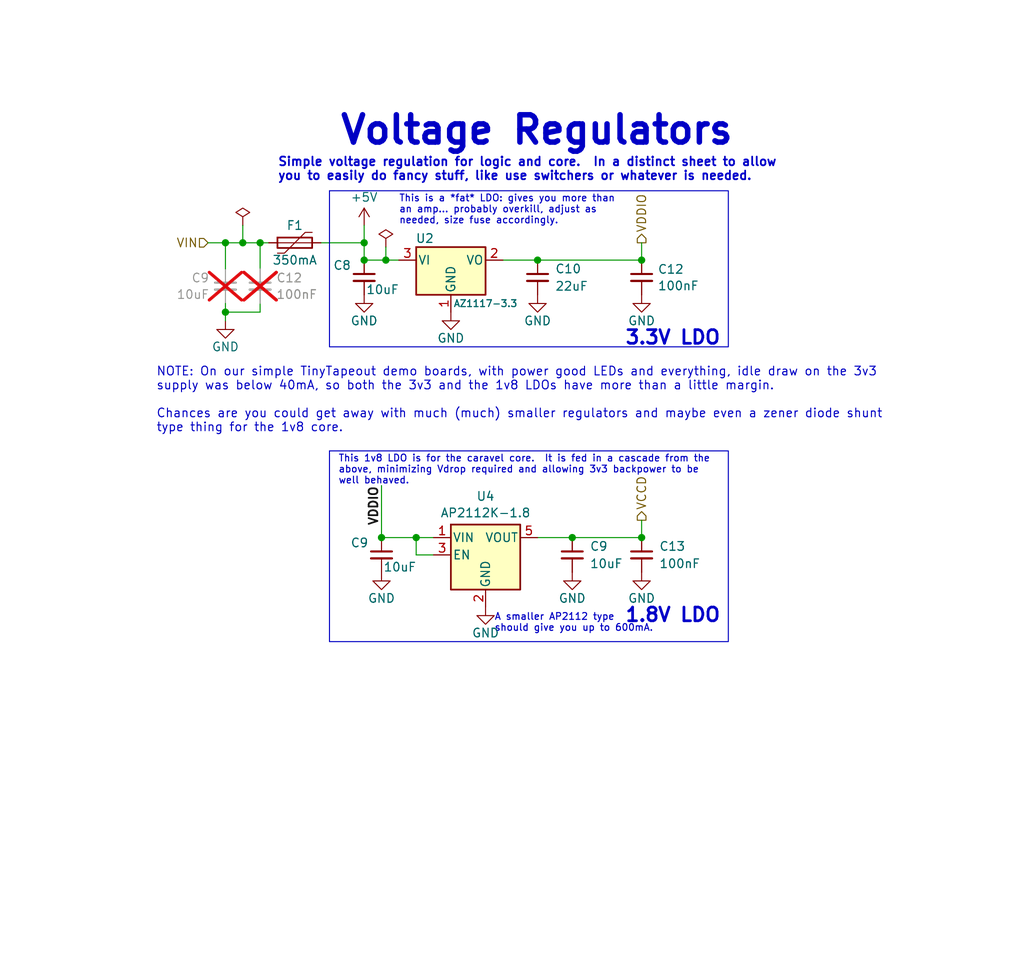
<source format=kicad_sch>
(kicad_sch (version 20230121) (generator eeschema)
  (paper "User" 150.012 140.005)
  (title_block (title "Voltage Regulation") (date "2023-09-30") (rev "1.2") (company "Psychogenic Technologies INC") (comment 1 "(C) 2023 Pat Deegan"))
  (lib_symbols
    (symbol "Device:C_Small" (pin_numbers hide) (pin_names (offset 0.254) hide)
      (property "Reference" "C" (at 0.254 1.778 0))
      (property "Value" "C_Small" (at 0.254 -2.032 0))
      (symbol "C_Small_0_1"
        (polyline (pts (xy -1.524 -0.508) (xy 1.524 -0.508)) (stroke (width 0.3302)))
        (polyline (pts (xy -1.524 0.508) (xy 1.524 0.508)) (stroke (width 0.3048)))
      )
      (symbol "C_Small_1_1"
        (pin passive line (at 0 2.54 270) (length 2.032) (name "~") (number "1"))
        (pin passive line (at 0 -2.54 90) (length 2.032) (name "~") (number "2"))
      )
    )
    (symbol "Device:Polyfuse" (pin_numbers hide) (pin_names (offset 0))
      (property "Reference" "F" (at -2.54 0 90))
      (property "Value" "Polyfuse" (at 2.54 0 90))
      (symbol "Polyfuse_0_1"
        (rectangle (start -0.762 2.54) (end 0.762 -2.54) (stroke (width 0.254)))
        (polyline (pts (xy 0 2.54) (xy 0 -2.54)))
        (polyline (pts (xy -1.524 2.54) (xy -1.524 1.524) (xy 1.524 -1.524) (xy 1.524 -2.54)))
      )
      (symbol "Polyfuse_1_1"
        (pin passive line (at 0 3.81 270) (length 1.27) (name "~") (number "1"))
        (pin passive line (at 0 -3.81 90) (length 1.27) (name "~") (number "2"))
      )
    )
    (symbol "Regulator_Linear:AP2112K-1.8" (pin_names (offset 0.254))
      (property "Reference" "U" (at -5.08 5.715 0))
      (property "Value" "AP2112K-1.8" (at 0 5.715 0))
      (symbol "AP2112K-1.8_0_1"
        (rectangle (start -5.08 4.445) (end 5.08 -5.08) (stroke (width 0.254)) (fill (type background)))
      )
      (symbol "AP2112K-1.8_1_1"
        (pin power_in line (at -7.62 2.54 0) (length 2.54) (name "VIN") (number "1"))
        (pin power_in line (at 0 -7.62 90) (length 2.54) (name "GND") (number "2"))
        (pin input line (at -7.62 0 0) (length 2.54) (name "EN") (number "3"))
        (pin no_connect line (at 5.08 0 180) (length 2.54) hide (name "NC") (number "4"))
        (pin power_out line (at 7.62 2.54 180) (length 2.54) (name "VOUT") (number "5"))
      )
    )
    (symbol "Regulator_Linear:AZ1117-3.3" (pin_names (offset 0.254))
      (property "Reference" "U" (at -3.81 3.175 0))
      (property "Value" "AZ1117-3.3" (at 0 3.175 0))
      (symbol "AZ1117-3.3_0_1"
        (rectangle (start -5.08 1.905) (end 5.08 -5.08) (stroke (width 0.254)) (fill (type background)))
      )
      (symbol "AZ1117-3.3_1_1"
        (pin power_in line (at 0 -7.62 90) (length 2.54) (name "GND") (number "1"))
        (pin power_out line (at 7.62 0 180) (length 2.54) (name "VO") (number "2"))
        (pin power_in line (at -7.62 0 0) (length 2.54) (name "VI") (number "3"))
      )
    )
    (symbol "power:+5V" (power) (pin_names (offset 0))
      (property "Value" "+5V" (at 0 3.556 0))
      (symbol "+5V_0_1"
        (polyline (pts (xy -0.762 1.27) (xy 0 2.54)))
        (polyline (pts (xy 0 0) (xy 0 2.54)))
        (polyline (pts (xy 0 2.54) (xy 0.762 1.27)))
      )
      (symbol "+5V_1_1"
        (pin power_in line (at 0 0 90) (length 0) hide (name "+5V") (number "1"))
      )
    )
    (symbol "power:GND" (power) (pin_names (offset 0))
      (property "Value" "GND" (at 0 -3.81 0))
      (symbol "GND_0_1"
        (polyline (pts (xy 0 0) (xy 0 -1.27) (xy 1.27 -1.27) (xy 0 -2.54) (xy -1.27 -1.27) (xy 0 -1.27)))
      )
      (symbol "GND_1_1"
        (pin power_in line (at 0 0 270) (length 0) hide (name "GND") (number "1"))
      )
    )
    (symbol "power:PWR_FLAG" (power) (pin_numbers hide) (pin_names (offset 0) hide)
      (property "Value" "PWR_FLAG" (at 0 3.81 0))
      (symbol "PWR_FLAG_0_0"
        (pin power_out line (at 0 0 90) (length 0) (name "pwr") (number "1"))
      )
      (symbol "PWR_FLAG_0_1"
        (polyline (pts (xy 0 0) (xy 0 1.27) (xy -1.016 1.905) (xy 0 2.54) (xy 1.016 1.905) (xy 0 1.27)))
      )
    )
  )
  (junction (at 56.515 38.1))
  (junction (at 93.98 78.74))
  (junction (at 93.98 38.1))
  (junction (at 33.02 35.56))
  (junction (at 35.56 35.56))
  (junction (at 83.82 78.74))
  (junction (at 55.88 78.74))
  (junction (at 60.96 78.74))
  (junction (at 78.74 38.1))
  (junction (at 53.34 38.1))
  (junction (at 53.34 35.56))
  (junction (at 33.02 45.72))
  (junction (at 38.1 35.56))
  (wire (pts (xy 46.99 35.56) (xy 53.34 35.56)))
  (wire (pts (xy 33.02 35.56) (xy 33.02 39.37)))
  (wire (pts (xy 38.1 35.56) (xy 38.1 39.37)))
  (wire (pts (xy 38.1 35.56) (xy 39.37 35.56)))
  (wire (pts (xy 56.515 38.1) (xy 58.42 38.1)))
  (wire (pts (xy 78.74 78.74) (xy 83.82 78.74)))
  (wire (pts (xy 53.34 33.02) (xy 53.34 35.56)))
  (wire (pts (xy 38.1 44.45) (xy 38.1 45.72)))
  (wire (pts (xy 55.88 78.74) (xy 60.96 78.74)))
  (wire (pts (xy 33.02 44.45) (xy 33.02 45.72)))
  (wire (pts (xy 35.56 35.56) (xy 38.1 35.56)))
  (wire (pts (xy 35.56 33.02) (xy 35.56 35.56)))
  (wire (pts (xy 56.515 36.195) (xy 56.515 38.1)))
  (wire (pts (xy 55.88 71.12) (xy 55.88 78.74)))
  (wire (pts (xy 53.34 35.56) (xy 53.34 38.1)))
  (wire (pts (xy 60.96 78.74) (xy 63.5 78.74)))
  (wire (pts (xy 53.34 38.1) (xy 56.515 38.1)))
  (wire (pts (xy 83.82 78.74) (xy 93.98 78.74)))
  (wire (pts (xy 93.98 35.56) (xy 93.98 38.1)))
  (wire (pts (xy 33.02 45.72) (xy 38.1 45.72)))
  (wire (pts (xy 33.02 45.72) (xy 33.02 46.99)))
  (wire (pts (xy 60.96 81.28) (xy 60.96 78.74)))
  (wire (pts (xy 30.48 35.56) (xy 33.02 35.56)))
  (wire (pts (xy 33.02 35.56) (xy 35.56 35.56)))
  (wire (pts (xy 63.5 81.28) (xy 60.96 81.28)))
  (wire (pts (xy 73.66 38.1) (xy 78.74 38.1)))
  (wire (pts (xy 93.98 76.2) (xy 93.98 78.74)))
  (wire (pts (xy 78.74 38.1) (xy 93.98 38.1)))
  (rectangle (start 48.26 27.94) (end 106.68 50.8))
  (rectangle (start 48.26 66.04) (end 106.68 93.98))
  (text "1.8V LDO" (at 91.44 91.44 0) (effects (font (size 2 2) (thickness 0.4) bold) (justify left bottom)))
  (text "NOTE: On our simple TinyTapeout demo boards, with power good LEDs and everything, idle draw on the 3v3\nsupply was below 40mA, so both the 3v3 and the 1v8 LDOs have more than a little margin.\n\nChances are you could get away with much (much) smaller regulators and maybe even a zener diode shunt \ntype thing for the 1v8 core." (at 22.86 63.5 0) (effects (font (size 1.27 1.27)) (justify left bottom)))
  (text "3.3V LDO" (at 91.44 50.8 0) (effects (font (size 2 2) (thickness 0.4) bold) (justify left bottom)))
  (text "This 1v8 LDO is for the caravel core.  It is fed in a cascade from the\nabove, minimizing Vdrop required and allowing 3v3 backpower to be \nwell behaved.\n" (at 49.53 71.12 0) (effects (font (size 1 1)) (justify left bottom)))
  (text "This is a *fat* LDO: gives you more than \nan amp... probably overkill, adjust as \nneeded, size fuse accordingly." (at 58.42 33.02 0) (effects (font (size 1 1)) (justify left bottom)))
  (text "Voltage Regulators" (at 49.53 21.59 0) (effects (font (size 4 4) (thickness 0.8) bold) (justify left bottom)))
  (text "Simple voltage regulation for logic and core.  In a distinct sheet to allow\nyou to easily do fancy stuff, like use switchers or whatever is needed." (at 40.64 26.67 0) (effects (font (size 1.27 1.27) bold) (justify left bottom)))
  (text "A smaller AP2112 type\nshould give you up to 600mA." (at 72.39 92.71 0) (effects (font (size 1 1)) (justify left bottom)))
  (label "VDDIO" (at 55.88 71.12 270) (effects (font bold)))
  (hierarchical_label "VCCD" (shape output) (at 93.98 76.2 90))
  (hierarchical_label "VIN" (shape input) (at 30.48 35.56 180))
  (hierarchical_label "VDDIO" (shape output) (at 93.98 35.56 90))
  (symbol (lib_id "Regulator_Linear:AZ1117-3.3") (at 66.04 38.1 0) (unit 1)
    (property "Reference" "U2" (at 62.23 34.925 0))
    (property "Value" "AZ1117-3.3" (at 71.12 44.45 0) (effects (font (size 1 1))))
    (property "Footprint" "Package_TO_SOT_SMD:SOT-223-3_TabPin2" (effects hide))
    (property "Datasheet" "https://www.diodes.com/assets/Datasheets/AZ1117C.pdf" (effects hide))
    (property "MPN" "AZ1117IH-3.3TRG1" (effects hide))
    (instances (project "mpw-mb1" (path "" (reference "U2") (unit 1))) (project "caravel-mvp" (path "" (reference "U2") (unit 1)) (path "" (reference "U3") (unit 1))))
  )
  (symbol (lib_id "Device:C_Small") (at 38.1 41.91 0) (unit 1) (dnp yes)
    (property "Reference" "C12" (at 40.4241 40.7042 0) (effects (justify left)))
    (property "Value" "100nF" (at 40.4241 43.1284 0) (effects (justify left)))
    (property "Footprint" "Capacitor_SMD:C_0603_1608Metric" (effects hide))
    (instances (project "mpw-mb1" (path "" (reference "C12") (unit 1))) (project "caravel-mvp" (path "" (reference "C5") (unit 1)) (path "" (reference "C17") (unit 1))))
  )
  (symbol (lib_id "power:+5V") (at 53.34 33.02 0) (unit 1)
    (property "Reference" "#PWR071" (effects hide))
    (property "Value" "+5V" (at 53.34 28.8869 0))
  )
  (symbol (lib_id "power:PWR_FLAG") (at 35.56 33.02 0) (unit 1)
    (property "Reference" "#FLG03" (effects hide))
    (property "Value" "PWR_FLAG" (effects hide))
    (instances (project "mpw-mb1" (path "" (reference "#FLG03") (unit 1))) (project "caravel-mvp" (path "" (reference "#FLG01") (unit 1)) (path "" (reference "#FLG02") (unit 1))))
  )
  (symbol (lib_id "Device:C_Small") (at 33.02 41.91 0) (mirror y) (unit 1) (dnp yes)
    (property "Reference" "C9" (at 30.6959 40.7042 0) (effects (justify left)))
    (property "Value" "10uF" (at 30.6959 43.1284 0) (effects (justify left)))
    (property "Footprint" "Capacitor_SMD:C_0805_2012Metric" (effects hide))
    (instances (project "mpw-mb1" (path "" (reference "C9") (unit 1))) (project "caravel-mvp" (path "" (reference "C2") (unit 1)) (path "" (reference "C16") (unit 1))))
  )
  (symbol (lib_id "power:GND") (at 55.88 83.82 0) (unit 1)
    (property "Reference" "#PWR034" (effects hide))
    (property "Value" "GND" (at 55.88 87.63 0))
    (instances (project "mpw-mb1" (path "" (reference "#PWR034") (unit 1))) (project "caravel-mvp" (path "" (reference "#PWR04") (unit 1)) (path "" (reference "#PWR073") (unit 1))))
  )
  (symbol (lib_id "Device:Polyfuse") (at 43.18 35.56 90) (unit 1)
    (property "Reference" "F1" (at 43.18 33.02 90))
    (property "Value" "350mA" (at 43.18 38.1 90))
    (property "Footprint" "Fuse:Fuse_0805_2012Metric" (effects hide))
    (property "MPN" "0ZCK0035FF2G" (effects hide))
  )
  (symbol (lib_id "Device:C_Small") (at 83.82 81.28 0) (unit 1)
    (property "Reference" "C9" (at 86.36 80.0162 0) (effects (justify left)))
    (property "Value" "10uF" (at 86.36 82.5562 0) (effects (justify left)))
    (property "Footprint" "Capacitor_SMD:C_0805_2012Metric" (effects hide))
    (instances (project "mpw-mb1" (path "" (reference "C9") (unit 1))) (project "caravel-mvp" (path "" (reference "C2") (unit 1)) (path "" (reference "C21") (unit 1))))
  )
  (symbol (lib_id "power:GND") (at 33.02 46.99 0) (unit 1)
    (property "Reference" "#PWR032" (effects hide))
    (property "Value" "GND" (at 33.02 50.8 0))
    (instances (project "mpw-mb1" (path "" (reference "#PWR032") (unit 1))) (project "caravel-mvp" (path "" (reference "#PWR02") (unit 1)) (path "" (reference "#PWR070") (unit 1))))
  )
  (symbol (lib_id "Device:C_Small") (at 93.98 81.28 0) (unit 1)
    (property "Reference" "C13" (at 96.52 80.0162 0) (effects (justify left)))
    (property "Value" "100nF" (at 96.52 82.5562 0) (effects (justify left)))
    (property "Footprint" "Capacitor_SMD:C_0603_1608Metric" (effects hide))
    (instances (project "mpw-mb1" (path "" (reference "C13") (unit 1))) (project "caravel-mvp" (path "" (reference "C6") (unit 1)) (path "" (reference "C23") (unit 1))))
  )
  (symbol (lib_id "power:GND") (at 93.98 43.18 0) (unit 1)
    (property "Reference" "#PWR050" (effects hide))
    (property "Value" "GND" (at 93.98 46.99 0))
    (instances (project "mpw-mb1" (path "" (reference "#PWR050") (unit 1))) (project "caravel-mvp" (path "" (reference "#PWR010") (unit 1)) (path "" (reference "#PWR078") (unit 1))))
  )
  (symbol (lib_id "power:GND") (at 71.12 88.9 0) (unit 1)
    (property "Reference" "#PWR036" (effects hide))
    (property "Value" "GND" (at 71.12 92.71 0))
    (instances (project "mpw-mb1" (path "" (reference "#PWR036") (unit 1))) (project "caravel-mvp" (path "" (reference "#PWR06") (unit 1)) (path "" (reference "#PWR075") (unit 1))))
  )
  (symbol (lib_id "Regulator_Linear:AP2112K-1.8") (at 71.12 81.28 0) (unit 1)
    (property "Reference" "U4" (at 71.12 72.6907 0))
    (property "Value" "AP2112K-1.8" (at 71.12 75.1149 0))
    (property "Footprint" "Package_TO_SOT_SMD:SOT-23-5" (effects hide))
    (property "Datasheet" "https://www.diodes.com/assets/Datasheets/AP2112.pdf" (effects hide))
  )
  (symbol (lib_id "Device:C_Small") (at 53.34 40.64 0) (unit 1)
    (property "Reference" "C8" (at 48.768 38.862 0) (effects (justify left)))
    (property "Value" "10uF" (at 53.594 42.418 0) (effects (justify left)))
    (property "Footprint" "Capacitor_SMD:C_0805_2012Metric" (effects hide))
    (instances (project "mpw-mb1" (path "" (reference "C8") (unit 1))) (project "caravel-mvp" (path "" (reference "C1") (unit 1)) (path "" (reference "C18") (unit 1))))
  )
  (symbol (lib_id "power:PWR_FLAG") (at 56.515 36.195 0) (unit 1)
    (property "Reference" "#FLG03" (effects hide))
    (property "Value" "PWR_FLAG" (effects hide))
    (instances (project "mpw-mb1" (path "" (reference "#FLG03") (unit 1))) (project "caravel-mvp" (path "" (reference "#FLG01") (unit 1)) (path "" (reference "#FLG03") (unit 1))))
  )
  (symbol (lib_id "Device:C_Small") (at 55.88 81.28 0) (unit 1)
    (property "Reference" "C9" (at 51.308 79.502 0) (effects (justify left)))
    (property "Value" "10uF" (at 56.134 83.058 0) (effects (justify left)))
    (property "Footprint" "Capacitor_SMD:C_0805_2012Metric" (effects hide))
    (instances (project "mpw-mb1" (path "" (reference "C9") (unit 1))) (project "caravel-mvp" (path "" (reference "C2") (unit 1)) (path "" (reference "C19") (unit 1))))
  )
  (symbol (lib_id "power:GND") (at 78.74 43.18 0) (unit 1)
    (property "Reference" "#PWR041" (effects hide))
    (property "Value" "GND" (at 78.74 46.99 0))
    (instances (project "mpw-mb1" (path "" (reference "#PWR041") (unit 1))) (project "caravel-mvp" (path "" (reference "#PWR07") (unit 1)) (path "" (reference "#PWR076") (unit 1))))
  )
  (symbol (lib_id "power:GND") (at 93.98 83.82 0) (unit 1)
    (property "Reference" "#PWR052" (effects hide))
    (property "Value" "GND" (at 93.98 87.63 0))
    (instances (project "mpw-mb1" (path "" (reference "#PWR052") (unit 1))) (project "caravel-mvp" (path "" (reference "#PWR012") (unit 1)) (path "" (reference "#PWR079") (unit 1))))
  )
  (symbol (lib_id "power:GND") (at 83.82 83.82 0) (unit 1)
    (property "Reference" "#PWR042" (effects hide))
    (property "Value" "GND" (at 83.82 87.63 0))
    (instances (project "mpw-mb1" (path "" (reference "#PWR042") (unit 1))) (project "caravel-mvp" (path "" (reference "#PWR08") (unit 1)) (path "" (reference "#PWR077") (unit 1))))
  )
  (symbol (lib_id "power:GND") (at 66.04 45.72 0) (unit 1)
    (property "Reference" "#PWR035" (effects hide))
    (property "Value" "GND" (at 66.04 49.53 0))
    (instances (project "mpw-mb1" (path "" (reference "#PWR035") (unit 1))) (project "caravel-mvp" (path "" (reference "#PWR05") (unit 1)) (path "" (reference "#PWR074") (unit 1))))
  )
  (symbol (lib_id "Device:C_Small") (at 93.98 40.64 0) (unit 1)
    (property "Reference" "C12" (at 96.3041 39.4342 0) (effects (justify left)))
    (property "Value" "100nF" (at 96.3041 41.8584 0) (effects (justify left)))
    (property "Footprint" "Capacitor_SMD:C_0603_1608Metric" (effects hide))
    (instances (project "mpw-mb1" (path "" (reference "C12") (unit 1))) (project "caravel-mvp" (path "" (reference "C5") (unit 1)) (path "" (reference "C22") (unit 1))))
  )
  (symbol (lib_id "power:GND") (at 53.34 43.18 0) (unit 1)
    (property "Reference" "#PWR032" (effects hide))
    (property "Value" "GND" (at 53.34 46.99 0))
    (instances (project "mpw-mb1" (path "" (reference "#PWR032") (unit 1))) (project "caravel-mvp" (path "" (reference "#PWR02") (unit 1)) (path "" (reference "#PWR072") (unit 1))))
  )
  (symbol (lib_id "Device:C_Small") (at 78.74 40.64 0) (unit 1)
    (property "Reference" "C10" (at 81.28 39.3762 0) (effects (justify left)))
    (property "Value" "22uF" (at 81.28 41.9162 0) (effects (justify left)))
    (property "Footprint" "Capacitor_SMD:C_0805_2012Metric" (effects hide))
    (instances (project "mpw-mb1" (path "" (reference "C10") (unit 1))) (project "caravel-mvp" (path "" (reference "C3") (unit 1)) (path "" (reference "C20") (unit 1))))
  )
)
</source>
